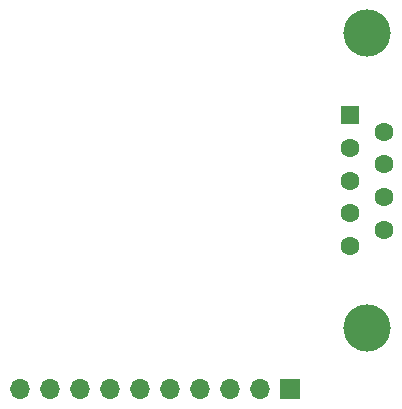
<source format=gbs>
%TF.GenerationSoftware,KiCad,Pcbnew,8.0.3*%
%TF.CreationDate,2024-07-09T19:30:08+02:00*%
%TF.ProjectId,UART-TTL-Flipper_Zero,55415254-2d54-4544-9c2d-466c69707065,rev?*%
%TF.SameCoordinates,Original*%
%TF.FileFunction,Soldermask,Bot*%
%TF.FilePolarity,Negative*%
%FSLAX46Y46*%
G04 Gerber Fmt 4.6, Leading zero omitted, Abs format (unit mm)*
G04 Created by KiCad (PCBNEW 8.0.3) date 2024-07-09 19:30:08*
%MOMM*%
%LPD*%
G01*
G04 APERTURE LIST*
%ADD10R,1.700000X1.700000*%
%ADD11O,1.700000X1.700000*%
%ADD12C,1.600000*%
%ADD13R,1.600000X1.600000*%
%ADD14C,4.000000*%
G04 APERTURE END LIST*
D10*
%TO.C,J1*%
X86540000Y-94500000D03*
D11*
X84000000Y-94500000D03*
X81460000Y-94500000D03*
X78920000Y-94500000D03*
X76380000Y-94500000D03*
X73840000Y-94500000D03*
X71300000Y-94500000D03*
X68760000Y-94500000D03*
X66220000Y-94500000D03*
X63680000Y-94500000D03*
%TD*%
D12*
%TO.C,J2*%
X94500000Y-81000000D03*
X94500000Y-78230000D03*
X94500000Y-75460000D03*
X94500000Y-72690000D03*
X91660000Y-82385000D03*
X91660000Y-79615000D03*
X91660000Y-76845000D03*
X91660000Y-74075000D03*
D13*
X91660000Y-71305000D03*
D14*
X93080000Y-64345000D03*
X93080000Y-89345000D03*
%TD*%
M02*

</source>
